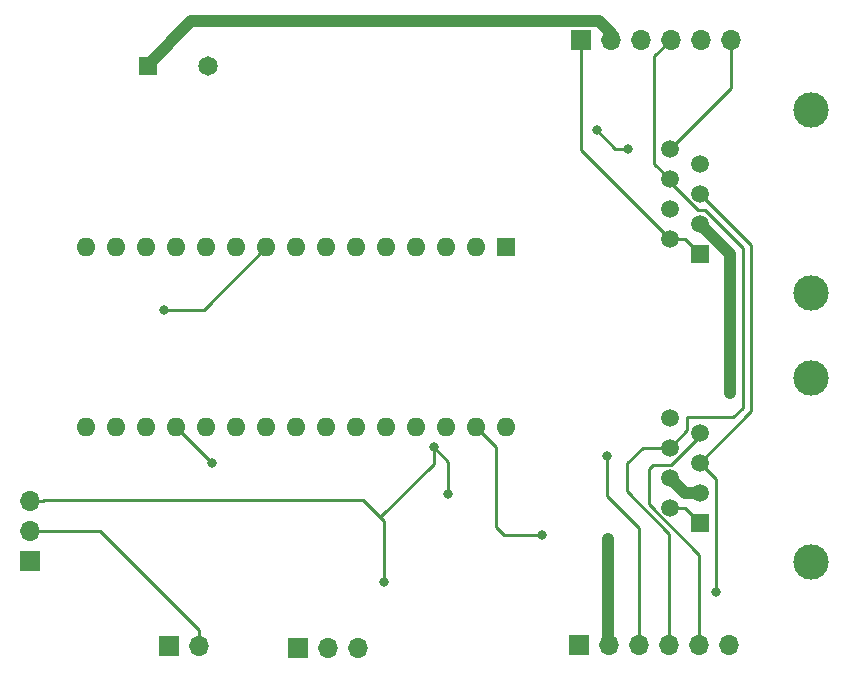
<source format=gbr>
%TF.GenerationSoftware,KiCad,Pcbnew,6.0.7-f9a2dced07~116~ubuntu22.04.1*%
%TF.CreationDate,2022-09-19T14:52:11-04:00*%
%TF.ProjectId,Main_Controller_PCB V0.1,4d61696e-5f43-46f6-9e74-726f6c6c6572,rev?*%
%TF.SameCoordinates,Original*%
%TF.FileFunction,Copper,L2,Bot*%
%TF.FilePolarity,Positive*%
%FSLAX46Y46*%
G04 Gerber Fmt 4.6, Leading zero omitted, Abs format (unit mm)*
G04 Created by KiCad (PCBNEW 6.0.7-f9a2dced07~116~ubuntu22.04.1) date 2022-09-19 14:52:11*
%MOMM*%
%LPD*%
G01*
G04 APERTURE LIST*
%TA.AperFunction,ComponentPad*%
%ADD10R,1.700000X1.700000*%
%TD*%
%TA.AperFunction,ComponentPad*%
%ADD11O,1.700000X1.700000*%
%TD*%
%TA.AperFunction,ComponentPad*%
%ADD12R,1.500000X1.500000*%
%TD*%
%TA.AperFunction,ComponentPad*%
%ADD13C,1.500000*%
%TD*%
%TA.AperFunction,ComponentPad*%
%ADD14C,3.000000*%
%TD*%
%TA.AperFunction,ComponentPad*%
%ADD15R,1.600000X1.600000*%
%TD*%
%TA.AperFunction,ComponentPad*%
%ADD16O,1.600000X1.600000*%
%TD*%
%TA.AperFunction,ComponentPad*%
%ADD17R,1.650000X1.650000*%
%TD*%
%TA.AperFunction,ComponentPad*%
%ADD18C,1.650000*%
%TD*%
%TA.AperFunction,ViaPad*%
%ADD19C,0.800000*%
%TD*%
%TA.AperFunction,Conductor*%
%ADD20C,0.250000*%
%TD*%
%TA.AperFunction,Conductor*%
%ADD21C,1.000000*%
%TD*%
G04 APERTURE END LIST*
D10*
%TO.P,J2,1,Pin_1*%
%TO.N,GND*%
X171850000Y-123800000D03*
D11*
%TO.P,J2,2,Pin_2*%
%TO.N,+12V*%
X174390000Y-123800000D03*
%TO.P,J2,3,Pin_3*%
%TO.N,/SCL*%
X176930000Y-123800000D03*
%TO.P,J2,4,Pin_4*%
%TO.N,/SDA*%
X179470000Y-123800000D03*
%TO.P,J2,5,Pin_5*%
%TO.N,/RXD*%
X182010000Y-123800000D03*
%TO.P,J2,6,Pin_6*%
%TO.N,/TXD*%
X184550000Y-123800000D03*
%TD*%
D10*
%TO.P,J1,1,Pin_1*%
%TO.N,GND*%
X171950000Y-72550000D03*
D11*
%TO.P,J1,2,Pin_2*%
%TO.N,+12V*%
X174490000Y-72550000D03*
%TO.P,J1,3,Pin_3*%
%TO.N,/SCL*%
X177030000Y-72550000D03*
%TO.P,J1,4,Pin_4*%
%TO.N,/SDA*%
X179570000Y-72550000D03*
%TO.P,J1,5,Pin_5*%
%TO.N,/RXD*%
X182110000Y-72550000D03*
%TO.P,J1,6,Pin_6*%
%TO.N,/TXD*%
X184650000Y-72550000D03*
%TD*%
D12*
%TO.P,J7,1*%
%TO.N,GND*%
X182045000Y-113445000D03*
D13*
%TO.P,J7,2*%
X179505000Y-112175000D03*
%TO.P,J7,3*%
%TO.N,+12V*%
X182045000Y-110905000D03*
%TO.P,J7,4*%
X179505000Y-109635000D03*
%TO.P,J7,5*%
%TO.N,/SCL*%
X182045000Y-108365000D03*
%TO.P,J7,6*%
%TO.N,/SDA*%
X179505000Y-107095000D03*
%TO.P,J7,7*%
%TO.N,/RXD*%
X182045000Y-105825000D03*
%TO.P,J7,8*%
%TO.N,/TXD*%
X179505000Y-104555000D03*
D14*
%TO.P,J7,SH*%
%TO.N,N/C*%
X191445000Y-101230000D03*
X191445000Y-116770000D03*
%TD*%
D10*
%TO.P,J5,1,Pin_1*%
%TO.N,/pedal_pwm*%
X137110000Y-123900000D03*
D11*
%TO.P,J5,2,Pin_2*%
%TO.N,GND*%
X139650000Y-123900000D03*
%TD*%
D12*
%TO.P,J8,1*%
%TO.N,GND*%
X182045000Y-90695000D03*
D13*
%TO.P,J8,2*%
X179505000Y-89425000D03*
%TO.P,J8,3*%
%TO.N,+12V*%
X182045000Y-88155000D03*
%TO.P,J8,4*%
X179505000Y-86885000D03*
%TO.P,J8,5*%
%TO.N,/SCL*%
X182045000Y-85615000D03*
%TO.P,J8,6*%
%TO.N,/SDA*%
X179505000Y-84345000D03*
%TO.P,J8,7*%
%TO.N,/RXD*%
X182045000Y-83075000D03*
%TO.P,J8,8*%
%TO.N,/TXD*%
X179505000Y-81805000D03*
D14*
%TO.P,J8,SH*%
%TO.N,N/C*%
X191445000Y-78480000D03*
X191445000Y-94020000D03*
%TD*%
D10*
%TO.P,J4,1,Pin_1*%
%TO.N,/pedal*%
X148025000Y-124050000D03*
D11*
%TO.P,J4,2,Pin_2*%
%TO.N,GND*%
X150565000Y-124050000D03*
%TO.P,J4,3,Pin_3*%
%TO.N,+5V*%
X153105000Y-124050000D03*
%TD*%
D15*
%TO.P,A1,1,D1/TX*%
%TO.N,/RXD*%
X165650000Y-90140000D03*
D16*
%TO.P,A1,2,D0/RX*%
%TO.N,/TXD*%
X163110000Y-90140000D03*
%TO.P,A1,3,~{RESET}*%
%TO.N,unconnected-(A1-Pad3)*%
X160570000Y-90140000D03*
%TO.P,A1,4,GND*%
%TO.N,GND*%
X158030000Y-90140000D03*
%TO.P,A1,5,D2*%
%TO.N,unconnected-(A1-Pad5)*%
X155490000Y-90140000D03*
%TO.P,A1,6,D3*%
%TO.N,unconnected-(A1-Pad6)*%
X152950000Y-90140000D03*
%TO.P,A1,7,D4*%
%TO.N,unconnected-(A1-Pad7)*%
X150410000Y-90140000D03*
%TO.P,A1,8,D5*%
%TO.N,unconnected-(A1-Pad8)*%
X147870000Y-90140000D03*
%TO.P,A1,9,D6*%
%TO.N,/LED*%
X145330000Y-90140000D03*
%TO.P,A1,10,D7*%
%TO.N,unconnected-(A1-Pad10)*%
X142790000Y-90140000D03*
%TO.P,A1,11,D8*%
%TO.N,unconnected-(A1-Pad11)*%
X140250000Y-90140000D03*
%TO.P,A1,12,D9*%
%TO.N,/pedal_pwm*%
X137710000Y-90140000D03*
%TO.P,A1,13,D10*%
%TO.N,unconnected-(A1-Pad13)*%
X135170000Y-90140000D03*
%TO.P,A1,14,D11*%
%TO.N,unconnected-(A1-Pad14)*%
X132630000Y-90140000D03*
%TO.P,A1,15,D12*%
%TO.N,unconnected-(A1-Pad15)*%
X130090000Y-90140000D03*
%TO.P,A1,16,D13*%
%TO.N,unconnected-(A1-Pad16)*%
X130090000Y-105380000D03*
%TO.P,A1,17,3V3*%
%TO.N,unconnected-(A1-Pad17)*%
X132630000Y-105380000D03*
%TO.P,A1,18,AREF*%
%TO.N,unconnected-(A1-Pad18)*%
X135170000Y-105380000D03*
%TO.P,A1,19,A0*%
%TO.N,/pedal*%
X137710000Y-105380000D03*
%TO.P,A1,20,A1*%
%TO.N,unconnected-(A1-Pad20)*%
X140250000Y-105380000D03*
%TO.P,A1,21,A2*%
%TO.N,unconnected-(A1-Pad21)*%
X142790000Y-105380000D03*
%TO.P,A1,22,A3*%
%TO.N,unconnected-(A1-Pad22)*%
X145330000Y-105380000D03*
%TO.P,A1,23,A4*%
%TO.N,/SDA*%
X147870000Y-105380000D03*
%TO.P,A1,24,A5*%
%TO.N,/SCL*%
X150410000Y-105380000D03*
%TO.P,A1,25,A6*%
%TO.N,unconnected-(A1-Pad25)*%
X152950000Y-105380000D03*
%TO.P,A1,26,A7*%
%TO.N,unconnected-(A1-Pad26)*%
X155490000Y-105380000D03*
%TO.P,A1,27,+5V*%
%TO.N,+5V*%
X158030000Y-105380000D03*
%TO.P,A1,28,~{RESET}*%
%TO.N,unconnected-(A1-Pad28)*%
X160570000Y-105380000D03*
%TO.P,A1,29,GND*%
%TO.N,GND*%
X163110000Y-105380000D03*
%TO.P,A1,30,VIN*%
%TO.N,unconnected-(A1-Pad30)*%
X165650000Y-105380000D03*
%TD*%
D10*
%TO.P,J3,1,Pin_1*%
%TO.N,/LED*%
X125350000Y-116675000D03*
D11*
%TO.P,J3,2,Pin_2*%
%TO.N,GND*%
X125350000Y-114135000D03*
%TO.P,J3,3,Pin_3*%
%TO.N,+5V*%
X125350000Y-111595000D03*
%TD*%
D17*
%TO.P,J6,1,Pin_1*%
%TO.N,+12V*%
X135310000Y-74750000D03*
D18*
%TO.P,J6,2,Pin_2*%
%TO.N,GND*%
X140390000Y-74750000D03*
%TD*%
D19*
%TO.N,/TXD*%
X176000000Y-81800000D03*
X173300000Y-80200000D03*
%TO.N,GND*%
X168700000Y-114500000D03*
%TO.N,/LED*%
X136700000Y-95400000D03*
%TO.N,/pedal*%
X140700000Y-108400000D03*
%TO.N,/SCL*%
X174200000Y-107800000D03*
X183400000Y-119300000D03*
%TO.N,+5V*%
X155300000Y-118500000D03*
X159500000Y-107075500D03*
X160700000Y-111000000D03*
%TO.N,+12V*%
X174300000Y-114800000D03*
X184600000Y-102500000D03*
%TD*%
D20*
%TO.N,/SDA*%
X179505000Y-84345000D02*
X178200000Y-83040000D01*
X178200000Y-83040000D02*
X178200000Y-73920000D01*
X178200000Y-73920000D02*
X179570000Y-72550000D01*
%TO.N,/TXD*%
X179505000Y-81805000D02*
X184650000Y-76660000D01*
X184650000Y-76660000D02*
X184650000Y-72550000D01*
%TO.N,/RXD*%
X177700000Y-108900000D02*
X178039511Y-108560489D01*
X182010000Y-116199589D02*
X177700000Y-111889589D01*
X179559100Y-108560489D02*
X182045000Y-106074589D01*
X182045000Y-106074589D02*
X182045000Y-105825000D01*
X177700000Y-111889589D02*
X177700000Y-108900000D01*
X182010000Y-123800000D02*
X182010000Y-116199589D01*
X178039511Y-108560489D02*
X179559100Y-108560489D01*
%TO.N,/TXD*%
X174900000Y-81800000D02*
X176000000Y-81800000D01*
X173300000Y-80200000D02*
X174900000Y-81800000D01*
%TO.N,GND*%
X180775000Y-112175000D02*
X182045000Y-113445000D01*
X179505000Y-89425000D02*
X180775000Y-89425000D01*
X164800000Y-107070000D02*
X164800000Y-113800000D01*
X163110000Y-105380000D02*
X164800000Y-107070000D01*
X171950000Y-72550000D02*
X171950000Y-81870000D01*
X125350000Y-114135000D02*
X131235000Y-114135000D01*
X164800000Y-113800000D02*
X165500000Y-114500000D01*
X179505000Y-112175000D02*
X180775000Y-112175000D01*
X171950000Y-81870000D02*
X179505000Y-89425000D01*
X131235000Y-114135000D02*
X139650000Y-122550000D01*
X139650000Y-122550000D02*
X139650000Y-123900000D01*
X165500000Y-114500000D02*
X168700000Y-114500000D01*
X180775000Y-89425000D02*
X182045000Y-90695000D01*
%TO.N,/LED*%
X140070000Y-95400000D02*
X145330000Y-90140000D01*
X136700000Y-95400000D02*
X140070000Y-95400000D01*
%TO.N,/pedal*%
X140700000Y-108370000D02*
X137710000Y-105380000D01*
X140700000Y-108400000D02*
X140700000Y-108370000D01*
%TO.N,/SDA*%
X179470000Y-123800000D02*
X179470000Y-114370000D01*
X180970489Y-105629511D02*
X180970489Y-104529511D01*
X179505000Y-107095000D02*
X180970489Y-105629511D01*
X179505000Y-107095000D02*
X177205000Y-107095000D01*
X177205000Y-107095000D02*
X175900000Y-108400000D01*
X179470000Y-114370000D02*
X175900000Y-110800000D01*
X185700000Y-103700000D02*
X184870489Y-104529511D01*
X181910411Y-87000000D02*
X182500000Y-87000000D01*
X179505000Y-84345000D02*
X179505000Y-84594589D01*
X179505000Y-84594589D02*
X181910411Y-87000000D01*
X175900000Y-108400000D02*
X175900000Y-110800000D01*
X185700000Y-90200000D02*
X185700000Y-103700000D01*
X184870489Y-104529511D02*
X180970489Y-104529511D01*
X182500000Y-87000000D02*
X185700000Y-90200000D01*
%TO.N,/SCL*%
X183400000Y-109720000D02*
X183400000Y-119300000D01*
X182045000Y-85615000D02*
X186395479Y-89965479D01*
X176930000Y-113930000D02*
X174200000Y-111200000D01*
X176930000Y-123800000D02*
X176930000Y-113930000D01*
X182045000Y-108365000D02*
X183400000Y-109720000D01*
X186395479Y-104014521D02*
X182045000Y-108365000D01*
X174200000Y-111200000D02*
X174200000Y-107800000D01*
X186395479Y-89965479D02*
X186395479Y-104014521D01*
%TO.N,+5V*%
X160700000Y-108275500D02*
X159500000Y-107075500D01*
X126405000Y-111595000D02*
X126500000Y-111500000D01*
X125350000Y-111595000D02*
X126405000Y-111595000D01*
X126500000Y-111500000D02*
X153500000Y-111500000D01*
X153500000Y-111500000D02*
X155000000Y-113000000D01*
X155100000Y-113100000D02*
X155300000Y-113300000D01*
X160700000Y-111000000D02*
X160700000Y-108275500D01*
X155000000Y-113000000D02*
X155100000Y-113100000D01*
X159500000Y-107075500D02*
X159500000Y-108500000D01*
X159500000Y-108500000D02*
X155000000Y-113000000D01*
X155300000Y-113300000D02*
X155300000Y-118500000D01*
D21*
%TO.N,+12V*%
X135310000Y-74690000D02*
X135310000Y-74750000D01*
X184600000Y-90710000D02*
X184600000Y-102500000D01*
X182045000Y-88155000D02*
X184600000Y-90710000D01*
X139000000Y-71000000D02*
X135310000Y-74690000D01*
X174300000Y-123710000D02*
X174390000Y-123800000D01*
X173499022Y-71000000D02*
X139000000Y-71000000D01*
X182045000Y-110905000D02*
X180775000Y-110905000D01*
X180775000Y-110905000D02*
X179505000Y-109635000D01*
X174300000Y-114800000D02*
X174300000Y-123710000D01*
X174490000Y-71990978D02*
X173499022Y-71000000D01*
X174490000Y-72550000D02*
X174490000Y-71990978D01*
%TD*%
M02*

</source>
